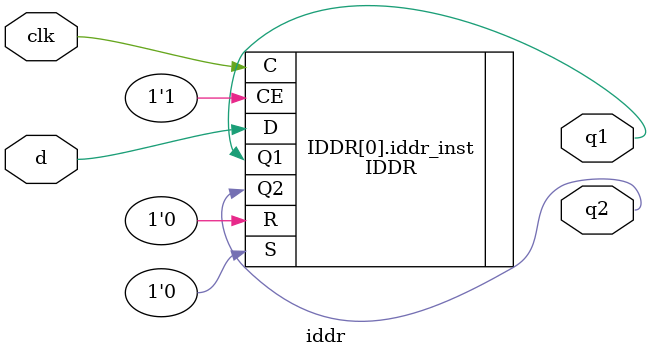
<source format=v>
`timescale 1ns / 1ps

module iddr # (
	parameter DATA_WIDTH = 1
)
(
	input wire clk,
	input wire [DATA_WIDTH-1:0]d,
	output wire [DATA_WIDTH-1:0]q1,
	output wire [DATA_WIDTH-1:0]q2
);

genvar i;

generate for (i = 0; i < DATA_WIDTH; i = i + 1) begin : IDDR
	IDDR #(
		.DDR_CLK_EDGE("SAME_EDGE_PIPELINED"),
		.SRTYPE("ASYNC")
	) iddr_inst (
		.Q1(q1[i]),
		.Q2(q2[i]),
		.C(clk),
		.CE(1'b1),
		.D(d[i]),
		.R(1'b0),
		.S(1'b0)
	);
end endgenerate

endmodule

</source>
